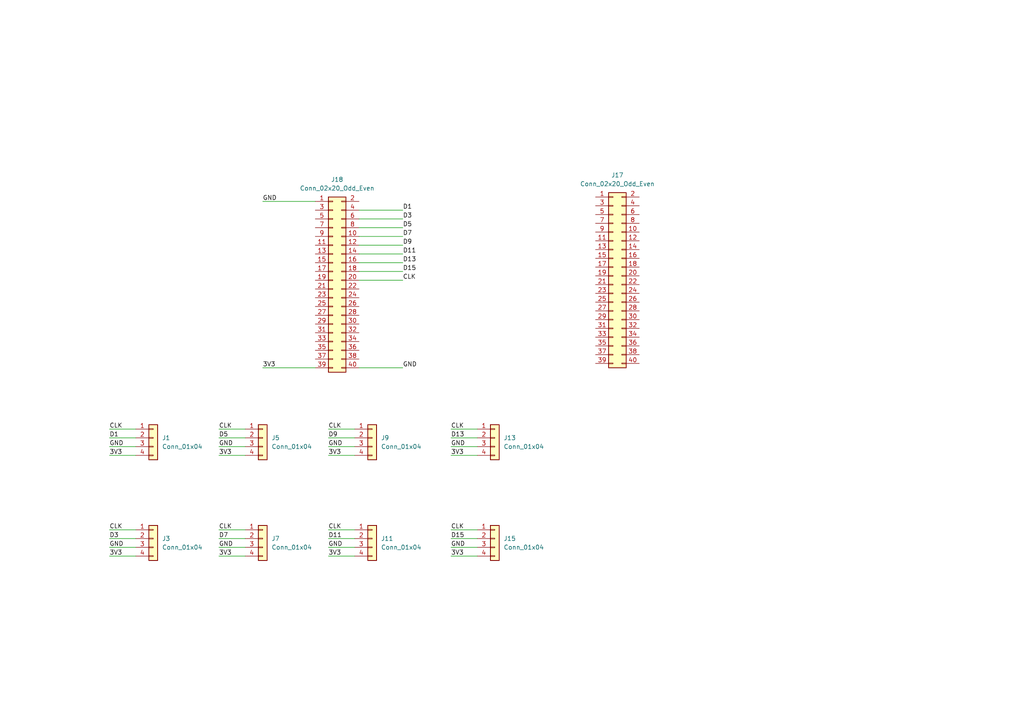
<source format=kicad_sch>
(kicad_sch (version 20211123) (generator eeschema)
  (paper "A4")
  (lib_symbols
    (symbol "Connector_Generic:Conn_01x04" (pin_names (offset 1.016) hide)
      (property "Reference" "J" (at 0 5.08 0))
      (property "Value" "Conn_01x04" (at 0 -7.62 0))
      (symbol "Conn_01x04_1_1"
        (rectangle (start -1.27 -4.953) (end 0 -5.207) (stroke (width 0.1524)))
        (rectangle (start -1.27 -2.413) (end 0 -2.667) (stroke (width 0.1524)))
        (rectangle (start -1.27 0.127) (end 0 -0.127) (stroke (width 0.1524)))
        (rectangle (start -1.27 2.667) (end 0 2.413) (stroke (width 0.1524)))
        (rectangle (start -1.27 3.81) (end 1.27 -6.35) (stroke (width 0.254)) (fill (type background)))
        (pin passive line (at -5.08 2.54 0) (length 3.81) (name "Pin_1") (number "1"))
        (pin passive line (at -5.08 0 0) (length 3.81) (name "Pin_2") (number "2"))
        (pin passive line (at -5.08 -2.54 0) (length 3.81) (name "Pin_3") (number "3"))
        (pin passive line (at -5.08 -5.08 0) (length 3.81) (name "Pin_4") (number "4"))
      )
    )
    (symbol "Connector_Generic:Conn_02x20_Odd_Even" (pin_names (offset 1.016) hide)
      (property "Reference" "J" (at 1.27 25.4 0))
      (property "Value" "Conn_02x20_Odd_Even" (at 1.27 -27.94 0))
      (symbol "Conn_02x20_Odd_Even_1_1"
        (rectangle (start -1.27 -25.273) (end 0 -25.527) (stroke (width 0.1524)))
        (rectangle (start -1.27 -22.733) (end 0 -22.987) (stroke (width 0.1524)))
        (rectangle (start -1.27 -20.193) (end 0 -20.447) (stroke (width 0.1524)))
        (rectangle (start -1.27 -17.653) (end 0 -17.907) (stroke (width 0.1524)))
        (rectangle (start -1.27 -15.113) (end 0 -15.367) (stroke (width 0.1524)))
        (rectangle (start -1.27 -12.573) (end 0 -12.827) (stroke (width 0.1524)))
        (rectangle (start -1.27 -10.033) (end 0 -10.287) (stroke (width 0.1524)))
        (rectangle (start -1.27 -7.493) (end 0 -7.747) (stroke (width 0.1524)))
        (rectangle (start -1.27 -4.953) (end 0 -5.207) (stroke (width 0.1524)))
        (rectangle (start -1.27 -2.413) (end 0 -2.667) (stroke (width 0.1524)))
        (rectangle (start -1.27 0.127) (end 0 -0.127) (stroke (width 0.1524)))
        (rectangle (start -1.27 2.667) (end 0 2.413) (stroke (width 0.1524)))
        (rectangle (start -1.27 5.207) (end 0 4.953) (stroke (width 0.1524)))
        (rectangle (start -1.27 7.747) (end 0 7.493) (stroke (width 0.1524)))
        (rectangle (start -1.27 10.287) (end 0 10.033) (stroke (width 0.1524)))
        (rectangle (start -1.27 12.827) (end 0 12.573) (stroke (width 0.1524)))
        (rectangle (start -1.27 15.367) (end 0 15.113) (stroke (width 0.1524)))
        (rectangle (start -1.27 17.907) (end 0 17.653) (stroke (width 0.1524)))
        (rectangle (start -1.27 20.447) (end 0 20.193) (stroke (width 0.1524)))
        (rectangle (start -1.27 22.987) (end 0 22.733) (stroke (width 0.1524)))
        (rectangle (start -1.27 24.13) (end 3.81 -26.67) (stroke (width 0.254)) (fill (type background)))
        (rectangle (start 3.81 -25.273) (end 2.54 -25.527) (stroke (width 0.1524)))
        (rectangle (start 3.81 -22.733) (end 2.54 -22.987) (stroke (width 0.1524)))
        (rectangle (start 3.81 -20.193) (end 2.54 -20.447) (stroke (width 0.1524)))
        (rectangle (start 3.81 -17.653) (end 2.54 -17.907) (stroke (width 0.1524)))
        (rectangle (start 3.81 -15.113) (end 2.54 -15.367) (stroke (width 0.1524)))
        (rectangle (start 3.81 -12.573) (end 2.54 -12.827) (stroke (width 0.1524)))
        (rectangle (start 3.81 -10.033) (end 2.54 -10.287) (stroke (width 0.1524)))
        (rectangle (start 3.81 -7.493) (end 2.54 -7.747) (stroke (width 0.1524)))
        (rectangle (start 3.81 -4.953) (end 2.54 -5.207) (stroke (width 0.1524)))
        (rectangle (start 3.81 -2.413) (end 2.54 -2.667) (stroke (width 0.1524)))
        (rectangle (start 3.81 0.127) (end 2.54 -0.127) (stroke (width 0.1524)))
        (rectangle (start 3.81 2.667) (end 2.54 2.413) (stroke (width 0.1524)))
        (rectangle (start 3.81 5.207) (end 2.54 4.953) (stroke (width 0.1524)))
        (rectangle (start 3.81 7.747) (end 2.54 7.493) (stroke (width 0.1524)))
        (rectangle (start 3.81 10.287) (end 2.54 10.033) (stroke (width 0.1524)))
        (rectangle (start 3.81 12.827) (end 2.54 12.573) (stroke (width 0.1524)))
        (rectangle (start 3.81 15.367) (end 2.54 15.113) (stroke (width 0.1524)))
        (rectangle (start 3.81 17.907) (end 2.54 17.653) (stroke (width 0.1524)))
        (rectangle (start 3.81 20.447) (end 2.54 20.193) (stroke (width 0.1524)))
        (rectangle (start 3.81 22.987) (end 2.54 22.733) (stroke (width 0.1524)))
        (pin passive line (at -5.08 22.86 0) (length 3.81) (name "Pin_1") (number "1"))
        (pin passive line (at 7.62 12.7 180) (length 3.81) (name "Pin_10") (number "10"))
        (pin passive line (at -5.08 10.16 0) (length 3.81) (name "Pin_11") (number "11"))
        (pin passive line (at 7.62 10.16 180) (length 3.81) (name "Pin_12") (number "12"))
        (pin passive line (at -5.08 7.62 0) (length 3.81) (name "Pin_13") (number "13"))
        (pin passive line (at 7.62 7.62 180) (length 3.81) (name "Pin_14") (number "14"))
        (pin passive line (at -5.08 5.08 0) (length 3.81) (name "Pin_15") (number "15"))
        (pin passive line (at 7.62 5.08 180) (length 3.81) (name "Pin_16") (number "16"))
        (pin passive line (at -5.08 2.54 0) (length 3.81) (name "Pin_17") (number "17"))
        (pin passive line (at 7.62 2.54 180) (length 3.81) (name "Pin_18") (number "18"))
        (pin passive line (at -5.08 0 0) (length 3.81) (name "Pin_19") (number "19"))
        (pin passive line (at 7.62 22.86 180) (length 3.81) (name "Pin_2") (number "2"))
        (pin passive line (at 7.62 0 180) (length 3.81) (name "Pin_20") (number "20"))
        (pin passive line (at -5.08 -2.54 0) (length 3.81) (name "Pin_21") (number "21"))
        (pin passive line (at 7.62 -2.54 180) (length 3.81) (name "Pin_22") (number "22"))
        (pin passive line (at -5.08 -5.08 0) (length 3.81) (name "Pin_23") (number "23"))
        (pin passive line (at 7.62 -5.08 180) (length 3.81) (name "Pin_24") (number "24"))
        (pin passive line (at -5.08 -7.62 0) (length 3.81) (name "Pin_25") (number "25"))
        (pin passive line (at 7.62 -7.62 180) (length 3.81) (name "Pin_26") (number "26"))
        (pin passive line (at -5.08 -10.16 0) (length 3.81) (name "Pin_27") (number "27"))
        (pin passive line (at 7.62 -10.16 180) (length 3.81) (name "Pin_28") (number "28"))
        (pin passive line (at -5.08 -12.7 0) (length 3.81) (name "Pin_29") (number "29"))
        (pin passive line (at -5.08 20.32 0) (length 3.81) (name "Pin_3") (number "3"))
        (pin passive line (at 7.62 -12.7 180) (length 3.81) (name "Pin_30") (number "30"))
        (pin passive line (at -5.08 -15.24 0) (length 3.81) (name "Pin_31") (number "31"))
        (pin passive line (at 7.62 -15.24 180) (length 3.81) (name "Pin_32") (number "32"))
        (pin passive line (at -5.08 -17.78 0) (length 3.81) (name "Pin_33") (number "33"))
        (pin passive line (at 7.62 -17.78 180) (length 3.81) (name "Pin_34") (number "34"))
        (pin passive line (at -5.08 -20.32 0) (length 3.81) (name "Pin_35") (number "35"))
        (pin passive line (at 7.62 -20.32 180) (length 3.81) (name "Pin_36") (number "36"))
        (pin passive line (at -5.08 -22.86 0) (length 3.81) (name "Pin_37") (number "37"))
        (pin passive line (at 7.62 -22.86 180) (length 3.81) (name "Pin_38") (number "38"))
        (pin passive line (at -5.08 -25.4 0) (length 3.81) (name "Pin_39") (number "39"))
        (pin passive line (at 7.62 20.32 180) (length 3.81) (name "Pin_4") (number "4"))
        (pin passive line (at 7.62 -25.4 180) (length 3.81) (name "Pin_40") (number "40"))
        (pin passive line (at -5.08 17.78 0) (length 3.81) (name "Pin_5") (number "5"))
        (pin passive line (at 7.62 17.78 180) (length 3.81) (name "Pin_6") (number "6"))
        (pin passive line (at -5.08 15.24 0) (length 3.81) (name "Pin_7") (number "7"))
        (pin passive line (at 7.62 15.24 180) (length 3.81) (name "Pin_8") (number "8"))
        (pin passive line (at -5.08 12.7 0) (length 3.81) (name "Pin_9") (number "9"))
      )
    )
  )
  (wire (pts (xy 76.2 106.68) (xy 91.44 106.68)))
  (wire (pts (xy 95.25 153.67) (xy 102.87 153.67)))
  (wire (pts (xy 130.81 127) (xy 138.43 127)))
  (wire (pts (xy 95.25 161.29) (xy 102.87 161.29)))
  (wire (pts (xy 104.14 60.96) (xy 116.84 60.96)))
  (wire (pts (xy 104.14 73.66) (xy 116.84 73.66)))
  (wire (pts (xy 130.81 161.29) (xy 138.43 161.29)))
  (wire (pts (xy 63.5 161.29) (xy 71.12 161.29)))
  (wire (pts (xy 104.14 68.58) (xy 116.84 68.58)))
  (wire (pts (xy 31.75 132.08) (xy 39.37 132.08)))
  (wire (pts (xy 130.81 153.67) (xy 138.43 153.67)))
  (wire (pts (xy 31.75 153.67) (xy 39.37 153.67)))
  (wire (pts (xy 63.5 132.08) (xy 71.12 132.08)))
  (wire (pts (xy 130.81 132.08) (xy 138.43 132.08)))
  (wire (pts (xy 31.75 158.75) (xy 39.37 158.75)))
  (wire (pts (xy 31.75 129.54) (xy 39.37 129.54)))
  (wire (pts (xy 31.75 156.21) (xy 39.37 156.21)))
  (wire (pts (xy 31.75 124.46) (xy 39.37 124.46)))
  (wire (pts (xy 31.75 161.29) (xy 39.37 161.29)))
  (wire (pts (xy 130.81 129.54) (xy 138.43 129.54)))
  (wire (pts (xy 95.25 158.75) (xy 102.87 158.75)))
  (wire (pts (xy 130.81 124.46) (xy 138.43 124.46)))
  (wire (pts (xy 104.14 76.2) (xy 116.84 76.2)))
  (wire (pts (xy 130.81 158.75) (xy 138.43 158.75)))
  (wire (pts (xy 130.81 156.21) (xy 138.43 156.21)))
  (wire (pts (xy 63.5 153.67) (xy 71.12 153.67)))
  (wire (pts (xy 95.25 124.46) (xy 102.87 124.46)))
  (wire (pts (xy 95.25 127) (xy 102.87 127)))
  (wire (pts (xy 95.25 132.08) (xy 102.87 132.08)))
  (wire (pts (xy 104.14 78.74) (xy 116.84 78.74)))
  (wire (pts (xy 104.14 63.5) (xy 116.84 63.5)))
  (wire (pts (xy 104.14 71.12) (xy 116.84 71.12)))
  (wire (pts (xy 95.25 129.54) (xy 102.87 129.54)))
  (wire (pts (xy 63.5 156.21) (xy 71.12 156.21)))
  (wire (pts (xy 63.5 124.46) (xy 71.12 124.46)))
  (wire (pts (xy 104.14 66.04) (xy 116.84 66.04)))
  (wire (pts (xy 76.2 58.42) (xy 91.44 58.42)))
  (wire (pts (xy 95.25 156.21) (xy 102.87 156.21)))
  (wire (pts (xy 104.14 106.68) (xy 116.84 106.68)))
  (wire (pts (xy 31.75 127) (xy 39.37 127)))
  (wire (pts (xy 63.5 127) (xy 71.12 127)))
  (wire (pts (xy 63.5 129.54) (xy 71.12 129.54)))
  (wire (pts (xy 104.14 81.28) (xy 116.84 81.28)))
  (wire (pts (xy 63.5 158.75) (xy 71.12 158.75)))
  (label "D15" (at 116.84 78.74 0))
  (label "CLK" (at 130.81 153.67 0))
  (label "3V3" (at 31.75 132.08 0))
  (label "3V3" (at 130.81 161.29 0))
  (label "CLK" (at 31.75 124.46 0))
  (label "D11" (at 95.25 156.21 0))
  (label "GND" (at 116.84 106.68 0))
  (label "D13" (at 130.81 127 0))
  (label "GND" (at 130.81 158.75 0))
  (label "D9" (at 95.25 127 0))
  (label "GND" (at 95.25 129.54 0))
  (label "D3" (at 31.75 156.21 0))
  (label "D1" (at 31.75 127 0))
  (label "D5" (at 116.84 66.04 0))
  (label "D15" (at 130.81 156.21 0))
  (label "3V3" (at 76.2 106.68 0))
  (label "D7" (at 116.84 68.58 0))
  (label "GND" (at 31.75 158.75 0))
  (label "CLK" (at 95.25 153.67 0))
  (label "3V3" (at 31.75 161.29 0))
  (label "GND" (at 63.5 129.54 0))
  (label "GND" (at 130.81 129.54 0))
  (label "3V3" (at 130.81 132.08 0))
  (label "GND" (at 63.5 158.75 0))
  (label "CLK" (at 130.81 124.46 0))
  (label "D3" (at 116.84 63.5 0))
  (label "3V3" (at 63.5 161.29 0))
  (label "CLK" (at 63.5 124.46 0))
  (label "3V3" (at 63.5 132.08 0))
  (label "GND" (at 95.25 158.75 0))
  (label "GND" (at 76.2 58.42 0))
  (label "D7" (at 63.5 156.21 0))
  (label "3V3" (at 95.25 132.08 0))
  (label "3V3" (at 95.25 161.29 0))
  (label "CLK" (at 116.84 81.28 0))
  (label "D1" (at 116.84 60.96 0))
  (label "D13" (at 116.84 76.2 0))
  (label "D9" (at 116.84 71.12 0))
  (label "D11" (at 116.84 73.66 0))
  (label "CLK" (at 31.75 153.67 0))
  (label "D5" (at 63.5 127 0))
  (label "GND" (at 31.75 129.54 0))
  (label "CLK" (at 95.25 124.46 0))
  (label "CLK" (at 63.5 153.67 0))
  (symbol (lib_id "Connector_Generic:Conn_01x04") (at 107.95 127 0) (unit 1)
    (property "Reference" "J9" (at 110.49 126.9999 0) (effects (justify left)))
    (property "Value" "Conn_01x04" (at 110.49 129.5399 0) (effects (justify left)))
    (property "Footprint" "Connector_PinHeader_2.54mm:PinHeader_1x04_P2.54mm_Vertical" (effects hide))
  )
  (symbol (lib_id "Connector_Generic:Conn_01x04") (at 143.51 127 0) (unit 1)
    (property "Reference" "J13" (at 146.05 126.9999 0) (effects (justify left)))
    (property "Value" "Conn_01x04" (at 146.05 129.5399 0) (effects (justify left)))
    (property "Footprint" "Connector_PinHeader_2.54mm:PinHeader_1x04_P2.54mm_Vertical" (effects hide))
  )
  (symbol (lib_id "Connector_Generic:Conn_01x04") (at 44.45 156.21 0) (unit 1)
    (property "Reference" "J3" (at 46.99 156.2099 0) (effects (justify left)))
    (property "Value" "Conn_01x04" (at 46.99 158.7499 0) (effects (justify left)))
    (property "Footprint" "Connector_PinHeader_2.54mm:PinHeader_1x04_P2.54mm_Vertical" (effects hide))
  )
  (symbol (lib_id "Connector_Generic:Conn_01x04") (at 44.45 127 0) (unit 1)
    (property "Reference" "J1" (at 46.99 126.9999 0) (effects (justify left)))
    (property "Value" "Conn_01x04" (at 46.99 129.5399 0) (effects (justify left)))
    (property "Footprint" "Connector_PinHeader_2.54mm:PinHeader_1x04_P2.54mm_Vertical" (effects hide))
  )
  (symbol (lib_id "Connector_Generic:Conn_02x20_Odd_Even") (at 177.8 80.01 0) (unit 1)
    (property "Reference" "J17" (at 179.07 50.8 0))
    (property "Value" "Conn_02x20_Odd_Even" (at 179.07 53.34 0))
    (property "Footprint" "Connector_PinSocket_2.54mm:PinSocket_2x20_P2.54mm_Vertical" (effects hide))
  )
  (symbol (lib_id "Connector_Generic:Conn_02x20_Odd_Even") (at 96.52 81.28 0) (unit 1)
    (property "Reference" "J18" (at 97.79 52.07 0))
    (property "Value" "Conn_02x20_Odd_Even" (at 97.79 54.61 0))
    (property "Footprint" "Connector_PinSocket_2.54mm:PinSocket_2x20_P2.54mm_Vertical" (effects hide))
  )
  (symbol (lib_id "Connector_Generic:Conn_01x04") (at 76.2 156.21 0) (unit 1)
    (property "Reference" "J7" (at 78.74 156.2099 0) (effects (justify left)))
    (property "Value" "Conn_01x04" (at 78.74 158.7499 0) (effects (justify left)))
    (property "Footprint" "Connector_PinHeader_2.54mm:PinHeader_1x04_P2.54mm_Vertical" (effects hide))
  )
  (symbol (lib_id "Connector_Generic:Conn_01x04") (at 143.51 156.21 0) (unit 1)
    (property "Reference" "J15" (at 146.05 156.2099 0) (effects (justify left)))
    (property "Value" "Conn_01x04" (at 146.05 158.7499 0) (effects (justify left)))
    (property "Footprint" "Connector_PinHeader_2.54mm:PinHeader_1x04_P2.54mm_Vertical" (effects hide))
  )
  (symbol (lib_id "Connector_Generic:Conn_01x04") (at 76.2 127 0) (unit 1)
    (property "Reference" "J5" (at 78.74 126.9999 0) (effects (justify left)))
    (property "Value" "Conn_01x04" (at 78.74 129.5399 0) (effects (justify left)))
    (property "Footprint" "Connector_PinHeader_2.54mm:PinHeader_1x04_P2.54mm_Vertical" (effects hide))
  )
  (symbol (lib_id "Connector_Generic:Conn_01x04") (at 107.95 156.21 0) (unit 1)
    (property "Reference" "J11" (at 110.49 156.2099 0) (effects (justify left)))
    (property "Value" "Conn_01x04" (at 110.49 158.7499 0) (effects (justify left)))
    (property "Footprint" "Connector_PinHeader_2.54mm:PinHeader_1x04_P2.54mm_Vertical" (effects hide))
  )
)
</source>
